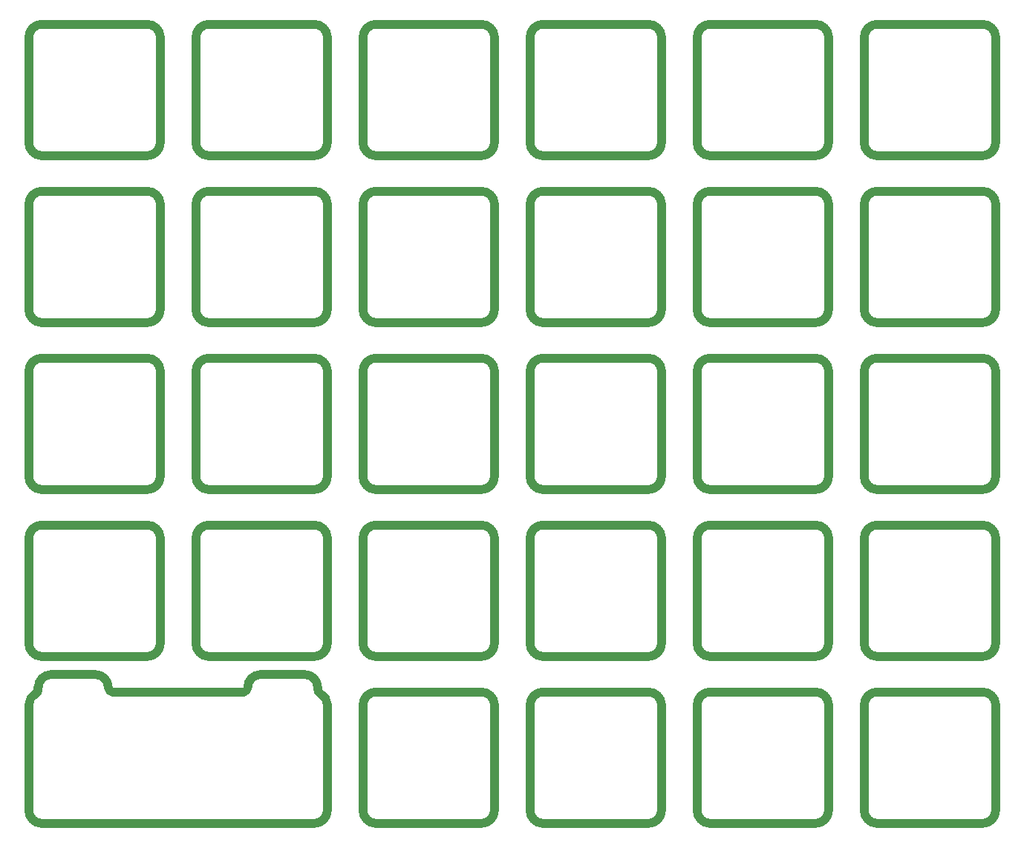
<source format=gts>
G04 #@! TF.GenerationSoftware,KiCad,Pcbnew,6.0.4-6f826c9f35~116~ubuntu22.04.1*
G04 #@! TF.CreationDate,2022-03-31T08:40:12+02:00*
G04 #@! TF.ProjectId,lumberjack-split,6c756d62-6572-46a6-9163-6b2d73706c69,rev?*
G04 #@! TF.SameCoordinates,Original*
G04 #@! TF.FileFunction,Soldermask,Top*
G04 #@! TF.FilePolarity,Negative*
%FSLAX46Y46*%
G04 Gerber Fmt 4.6, Leading zero omitted, Abs format (unit mm)*
G04 Created by KiCad (PCBNEW 6.0.4-6f826c9f35~116~ubuntu22.04.1) date 2022-03-31 08:40:12*
%MOMM*%
%LPD*%
G01*
G04 APERTURE LIST*
%ADD10C,1.000000*%
G04 APERTURE END LIST*
D10*
X105493000Y-127731000D02*
X105493000Y-127951554D01*
X105232225Y-128397455D02*
G75*
G03*
X105493000Y-127951554I-251154J446086D01*
G01*
X105232225Y-128397456D02*
G75*
G03*
X104419000Y-129731000I685735J-1332910D01*
G01*
X104419000Y-141731000D02*
X104419000Y-129731000D01*
X106993000Y-126231000D02*
X111993000Y-126231000D01*
X113493000Y-127731000D02*
G75*
G03*
X113993000Y-128231000I500001J1D01*
G01*
X113993000Y-128231000D02*
X128869000Y-128231000D01*
X128869000Y-128231000D02*
G75*
G03*
X129369000Y-127731000I0J500000D01*
G01*
X130869000Y-126231000D02*
G75*
G03*
X129369000Y-127731000I1J-1500001D01*
G01*
X137369000Y-127731000D02*
X137369000Y-127951554D01*
X137369000Y-127951554D02*
G75*
G03*
X137654647Y-128397297I490482J-80D01*
G01*
X117918500Y-67031000D02*
G75*
G03*
X119418500Y-65531000I-1J1500001D01*
G01*
X157518500Y-72581000D02*
G75*
G03*
X156018500Y-71081000I-1500000J0D01*
G01*
X144018500Y-71081000D02*
G75*
G03*
X142518500Y-72581000I0J-1500000D01*
G01*
X156018500Y-86081000D02*
X144018500Y-86081000D01*
X142518500Y-72581000D02*
X142518500Y-84581000D01*
X157518500Y-84581000D02*
X157518500Y-72581000D01*
X144018500Y-71081000D02*
X156018500Y-71081000D01*
X142518500Y-84581000D02*
G75*
G03*
X144018500Y-86081000I1500001J1D01*
G01*
X156018500Y-86081000D02*
G75*
G03*
X157518500Y-84581000I-1J1500001D01*
G01*
X176568500Y-72581000D02*
G75*
G03*
X175068500Y-71081000I-1500000J0D01*
G01*
X163068500Y-71081000D02*
G75*
G03*
X161568500Y-72581000I0J-1500000D01*
G01*
X175068500Y-86081000D02*
X163068500Y-86081000D01*
X161568500Y-72581000D02*
X161568500Y-84581000D01*
X176568500Y-84581000D02*
X176568500Y-72581000D01*
X163068500Y-71081000D02*
X175068500Y-71081000D01*
X161568500Y-84581000D02*
G75*
G03*
X163068500Y-86081000I1500001J1D01*
G01*
X175068500Y-86081000D02*
G75*
G03*
X176568500Y-84581000I-1J1500001D01*
G01*
X104418500Y-65531000D02*
G75*
G03*
X105918500Y-67031000I1500001J1D01*
G01*
X105918500Y-52031000D02*
X117918500Y-52031000D01*
X144018500Y-52031000D02*
X156018500Y-52031000D01*
X142518500Y-65531000D02*
G75*
G03*
X144018500Y-67031000I1500001J1D01*
G01*
X106993000Y-126231000D02*
G75*
G03*
X105493000Y-127731000I0J-1500000D01*
G01*
X119418500Y-65531000D02*
X119418500Y-53531000D01*
X117918500Y-67031000D02*
X105918500Y-67031000D01*
X124968500Y-52031000D02*
X136968500Y-52031000D01*
X130869000Y-126231000D02*
X135869000Y-126231000D01*
X136969000Y-143231000D02*
X105919000Y-143231000D01*
X161568500Y-110681000D02*
X161568500Y-122681000D01*
X175068500Y-124181000D02*
X163068500Y-124181000D01*
X163068500Y-109181000D02*
G75*
G03*
X161568500Y-110681000I0J-1500000D01*
G01*
X176568500Y-110681000D02*
G75*
G03*
X175068500Y-109181000I-1500000J0D01*
G01*
X124968500Y-52031000D02*
G75*
G03*
X123468500Y-53531000I0J-1500000D01*
G01*
X195618500Y-72581000D02*
G75*
G03*
X194118500Y-71081000I-1500000J0D01*
G01*
X182118500Y-71081000D02*
G75*
G03*
X180618500Y-72581000I0J-1500000D01*
G01*
X194118500Y-86081000D02*
X182118500Y-86081000D01*
X180618500Y-72581000D02*
X180618500Y-84581000D01*
X195618500Y-84581000D02*
X195618500Y-72581000D01*
X182118500Y-71081000D02*
X194118500Y-71081000D01*
X180618500Y-84581000D02*
G75*
G03*
X182118500Y-86081000I1500001J1D01*
G01*
X194118500Y-86081000D02*
G75*
G03*
X195618500Y-84581000I-1J1500001D01*
G01*
X214668500Y-72581000D02*
G75*
G03*
X213168500Y-71081000I-1500000J0D01*
G01*
X201168500Y-71081000D02*
G75*
G03*
X199668500Y-72581000I0J-1500000D01*
G01*
X213168500Y-86081000D02*
X201168500Y-86081000D01*
X199668500Y-72581000D02*
X199668500Y-84581000D01*
X214668500Y-84581000D02*
X214668500Y-72581000D01*
X201168500Y-71081000D02*
X213168500Y-71081000D01*
X199668500Y-84581000D02*
G75*
G03*
X201168500Y-86081000I1500001J1D01*
G01*
X213168500Y-86081000D02*
G75*
G03*
X214668500Y-84581000I-1J1500001D01*
G01*
X137369000Y-127731000D02*
G75*
G03*
X135869000Y-126231000I-1500001J-1D01*
G01*
X119418500Y-91631000D02*
G75*
G03*
X117918500Y-90131000I-1500000J0D01*
G01*
X105918500Y-90131000D02*
G75*
G03*
X104418500Y-91631000I0J-1500000D01*
G01*
X117918500Y-105131000D02*
X105918500Y-105131000D01*
X104418500Y-91631000D02*
X104418500Y-103631000D01*
X119418500Y-103631000D02*
X119418500Y-91631000D01*
X105918500Y-90131000D02*
X117918500Y-90131000D01*
X104418500Y-103631000D02*
G75*
G03*
X105918500Y-105131000I1500001J1D01*
G01*
X117918500Y-105131000D02*
G75*
G03*
X119418500Y-103631000I-1J1500001D01*
G01*
X138468500Y-91631000D02*
G75*
G03*
X136968500Y-90131000I-1500000J0D01*
G01*
X124968500Y-90131000D02*
G75*
G03*
X123468500Y-91631000I0J-1500000D01*
G01*
X136968500Y-105131000D02*
X124968500Y-105131000D01*
X123468500Y-91631000D02*
X123468500Y-103631000D01*
X138468500Y-103631000D02*
X138468500Y-91631000D01*
X124968500Y-90131000D02*
X136968500Y-90131000D01*
X123468500Y-103631000D02*
G75*
G03*
X124968500Y-105131000I1500001J1D01*
G01*
X136968500Y-105131000D02*
G75*
G03*
X138468500Y-103631000I-1J1500001D01*
G01*
X157518500Y-91631000D02*
G75*
G03*
X156018500Y-90131000I-1500000J0D01*
G01*
X144018500Y-90131000D02*
G75*
G03*
X142518500Y-91631000I0J-1500000D01*
G01*
X156018500Y-105131000D02*
X144018500Y-105131000D01*
X142518500Y-91631000D02*
X142518500Y-103631000D01*
X157518500Y-103631000D02*
X157518500Y-91631000D01*
X144018500Y-90131000D02*
X156018500Y-90131000D01*
X136969000Y-143231000D02*
G75*
G03*
X138469000Y-141731000I0J1500000D01*
G01*
X113493000Y-127731000D02*
G75*
G03*
X111993000Y-126231000I-1500000J0D01*
G01*
X157518500Y-53531000D02*
G75*
G03*
X156018500Y-52031000I-1500000J0D01*
G01*
X104418500Y-53531000D02*
X104418500Y-65531000D01*
X104419000Y-141731000D02*
G75*
G03*
X105919000Y-143231000I1500000J0D01*
G01*
X105918500Y-52031000D02*
G75*
G03*
X104418500Y-53531000I0J-1500000D01*
G01*
X138469000Y-129731000D02*
X138469000Y-141731000D01*
X138469000Y-129731000D02*
G75*
G03*
X137654647Y-128397297I-1499655J-211D01*
G01*
X157518500Y-110681000D02*
G75*
G03*
X156018500Y-109181000I-1500000J0D01*
G01*
X144018500Y-109181000D02*
G75*
G03*
X142518500Y-110681000I0J-1500000D01*
G01*
X156018500Y-124181000D02*
X144018500Y-124181000D01*
X142518500Y-110681000D02*
X142518500Y-122681000D01*
X157518500Y-122681000D02*
X157518500Y-110681000D01*
X144018500Y-109181000D02*
X156018500Y-109181000D01*
X142518500Y-122681000D02*
G75*
G03*
X144018500Y-124181000I1500001J1D01*
G01*
X156018500Y-124181000D02*
G75*
G03*
X157518500Y-122681000I-1J1500001D01*
G01*
X138468500Y-53531000D02*
G75*
G03*
X136968500Y-52031000I-1500000J0D01*
G01*
X123468500Y-53531000D02*
X123468500Y-65531000D01*
X175068500Y-124181000D02*
G75*
G03*
X176568500Y-122681000I-1J1500001D01*
G01*
X161568500Y-122681000D02*
G75*
G03*
X163068500Y-124181000I1500001J1D01*
G01*
X156018500Y-67031000D02*
G75*
G03*
X157518500Y-65531000I-1J1500001D01*
G01*
X144018500Y-52031000D02*
G75*
G03*
X142518500Y-53531000I0J-1500000D01*
G01*
X156018500Y-67031000D02*
X144018500Y-67031000D01*
X136968500Y-67031000D02*
G75*
G03*
X138468500Y-65531000I-1J1500001D01*
G01*
X136968500Y-67031000D02*
X124968500Y-67031000D01*
X138468500Y-110681000D02*
G75*
G03*
X136968500Y-109181000I-1500000J0D01*
G01*
X124968500Y-109181000D02*
G75*
G03*
X123468500Y-110681000I0J-1500000D01*
G01*
X136968500Y-124181000D02*
X124968500Y-124181000D01*
X123468500Y-110681000D02*
X123468500Y-122681000D01*
X138468500Y-122681000D02*
X138468500Y-110681000D01*
X124968500Y-109181000D02*
X136968500Y-109181000D01*
X123468500Y-122681000D02*
G75*
G03*
X124968500Y-124181000I1500001J1D01*
G01*
X136968500Y-124181000D02*
G75*
G03*
X138468500Y-122681000I-1J1500001D01*
G01*
X163068500Y-109181000D02*
X175068500Y-109181000D01*
X176568500Y-122681000D02*
X176568500Y-110681000D01*
X142518500Y-53531000D02*
X142518500Y-65531000D01*
X157518500Y-65531000D02*
X157518500Y-53531000D01*
X194118500Y-124181000D02*
G75*
G03*
X195618500Y-122681000I-1J1500001D01*
G01*
X180618500Y-122681000D02*
G75*
G03*
X182118500Y-124181000I1500001J1D01*
G01*
X182118500Y-109181000D02*
X194118500Y-109181000D01*
X195618500Y-122681000D02*
X195618500Y-110681000D01*
X180618500Y-110681000D02*
X180618500Y-122681000D01*
X194118500Y-124181000D02*
X182118500Y-124181000D01*
X182118500Y-109181000D02*
G75*
G03*
X180618500Y-110681000I0J-1500000D01*
G01*
X195618500Y-110681000D02*
G75*
G03*
X194118500Y-109181000I-1500000J0D01*
G01*
X213168500Y-124181000D02*
G75*
G03*
X214668500Y-122681000I-1J1500001D01*
G01*
X199668500Y-122681000D02*
G75*
G03*
X201168500Y-124181000I1500001J1D01*
G01*
X201168500Y-109181000D02*
X213168500Y-109181000D01*
X214668500Y-122681000D02*
X214668500Y-110681000D01*
X199668500Y-110681000D02*
X199668500Y-122681000D01*
X213168500Y-124181000D02*
X201168500Y-124181000D01*
X201168500Y-109181000D02*
G75*
G03*
X199668500Y-110681000I0J-1500000D01*
G01*
X214668500Y-110681000D02*
G75*
G03*
X213168500Y-109181000I-1500000J0D01*
G01*
X156018500Y-143231000D02*
G75*
G03*
X157518500Y-141731000I-1J1500001D01*
G01*
X142518500Y-141731000D02*
G75*
G03*
X144018500Y-143231000I1500001J1D01*
G01*
X144018500Y-128231000D02*
X156018500Y-128231000D01*
X157518500Y-141731000D02*
X157518500Y-129731000D01*
X142518500Y-129731000D02*
X142518500Y-141731000D01*
X156018500Y-143231000D02*
X144018500Y-143231000D01*
X142518500Y-103631000D02*
G75*
G03*
X144018500Y-105131000I1500001J1D01*
G01*
X156018500Y-105131000D02*
G75*
G03*
X157518500Y-103631000I-1J1500001D01*
G01*
X176568500Y-91631000D02*
G75*
G03*
X175068500Y-90131000I-1500000J0D01*
G01*
X163068500Y-90131000D02*
G75*
G03*
X161568500Y-91631000I0J-1500000D01*
G01*
X175068500Y-105131000D02*
X163068500Y-105131000D01*
X161568500Y-91631000D02*
X161568500Y-103631000D01*
X176568500Y-103631000D02*
X176568500Y-91631000D01*
X163068500Y-90131000D02*
X175068500Y-90131000D01*
X161568500Y-103631000D02*
G75*
G03*
X163068500Y-105131000I1500001J1D01*
G01*
X175068500Y-105131000D02*
G75*
G03*
X176568500Y-103631000I-1J1500001D01*
G01*
X195618500Y-91631000D02*
G75*
G03*
X194118500Y-90131000I-1500000J0D01*
G01*
X182118500Y-90131000D02*
G75*
G03*
X180618500Y-91631000I0J-1500000D01*
G01*
X194118500Y-105131000D02*
X182118500Y-105131000D01*
X180618500Y-91631000D02*
X180618500Y-103631000D01*
X195618500Y-103631000D02*
X195618500Y-91631000D01*
X182118500Y-90131000D02*
X194118500Y-90131000D01*
X180618500Y-103631000D02*
G75*
G03*
X182118500Y-105131000I1500001J1D01*
G01*
X194118500Y-105131000D02*
G75*
G03*
X195618500Y-103631000I-1J1500001D01*
G01*
X213168500Y-143231000D02*
G75*
G03*
X214668500Y-141731000I-1J1500001D01*
G01*
X199668500Y-141731000D02*
G75*
G03*
X201168500Y-143231000I1500001J1D01*
G01*
X201168500Y-128231000D02*
X213168500Y-128231000D01*
X214668500Y-141731000D02*
X214668500Y-129731000D01*
X199668500Y-129731000D02*
X199668500Y-141731000D01*
X213168500Y-143231000D02*
X201168500Y-143231000D01*
X201168500Y-128231000D02*
G75*
G03*
X199668500Y-129731000I0J-1500000D01*
G01*
X214668500Y-129731000D02*
G75*
G03*
X213168500Y-128231000I-1500000J0D01*
G01*
X214668500Y-91631000D02*
G75*
G03*
X213168500Y-90131000I-1500000J0D01*
G01*
X201168500Y-90131000D02*
G75*
G03*
X199668500Y-91631000I0J-1500000D01*
G01*
X213168500Y-105131000D02*
X201168500Y-105131000D01*
X199668500Y-91631000D02*
X199668500Y-103631000D01*
X214668500Y-103631000D02*
X214668500Y-91631000D01*
X201168500Y-90131000D02*
X213168500Y-90131000D01*
X199668500Y-103631000D02*
G75*
G03*
X201168500Y-105131000I1500001J1D01*
G01*
X213168500Y-105131000D02*
G75*
G03*
X214668500Y-103631000I-1J1500001D01*
G01*
X119418500Y-110681000D02*
G75*
G03*
X117918500Y-109181000I-1500000J0D01*
G01*
X105918500Y-109181000D02*
G75*
G03*
X104418500Y-110681000I0J-1500000D01*
G01*
X117918500Y-124181000D02*
X105918500Y-124181000D01*
X104418500Y-110681000D02*
X104418500Y-122681000D01*
X119418500Y-122681000D02*
X119418500Y-110681000D01*
X105918500Y-109181000D02*
X117918500Y-109181000D01*
X104418500Y-122681000D02*
G75*
G03*
X105918500Y-124181000I1500001J1D01*
G01*
X117918500Y-124181000D02*
G75*
G03*
X119418500Y-122681000I-1J1500001D01*
G01*
X195618500Y-53531000D02*
G75*
G03*
X194118500Y-52031000I-1500000J0D01*
G01*
X182118500Y-52031000D02*
G75*
G03*
X180618500Y-53531000I0J-1500000D01*
G01*
X194118500Y-67031000D02*
X182118500Y-67031000D01*
X176568500Y-53531000D02*
G75*
G03*
X175068500Y-52031000I-1500000J0D01*
G01*
X163068500Y-52031000D02*
G75*
G03*
X161568500Y-53531000I0J-1500000D01*
G01*
X175068500Y-67031000D02*
X163068500Y-67031000D01*
X161568500Y-53531000D02*
X161568500Y-65531000D01*
X176568500Y-65531000D02*
X176568500Y-53531000D01*
X163068500Y-52031000D02*
X175068500Y-52031000D01*
X161568500Y-65531000D02*
G75*
G03*
X163068500Y-67031000I1500001J1D01*
G01*
X175068500Y-67031000D02*
G75*
G03*
X176568500Y-65531000I-1J1500001D01*
G01*
X119418500Y-72581000D02*
G75*
G03*
X117918500Y-71081000I-1500000J0D01*
G01*
X105918500Y-71081000D02*
G75*
G03*
X104418500Y-72581000I0J-1500000D01*
G01*
X117918500Y-86081000D02*
X105918500Y-86081000D01*
X104418500Y-72581000D02*
X104418500Y-84581000D01*
X119418500Y-84581000D02*
X119418500Y-72581000D01*
X105918500Y-71081000D02*
X117918500Y-71081000D01*
X104418500Y-84581000D02*
G75*
G03*
X105918500Y-86081000I1500001J1D01*
G01*
X180618500Y-53531000D02*
X180618500Y-65531000D01*
X195618500Y-65531000D02*
X195618500Y-53531000D01*
X182118500Y-52031000D02*
X194118500Y-52031000D01*
X180618500Y-65531000D02*
G75*
G03*
X182118500Y-67031000I1500001J1D01*
G01*
X194118500Y-67031000D02*
G75*
G03*
X195618500Y-65531000I-1J1500001D01*
G01*
X214668500Y-53531000D02*
G75*
G03*
X213168500Y-52031000I-1500000J0D01*
G01*
X201168500Y-52031000D02*
G75*
G03*
X199668500Y-53531000I0J-1500000D01*
G01*
X213168500Y-67031000D02*
X201168500Y-67031000D01*
X199668500Y-53531000D02*
X199668500Y-65531000D01*
X214668500Y-65531000D02*
X214668500Y-53531000D01*
X201168500Y-52031000D02*
X213168500Y-52031000D01*
X199668500Y-65531000D02*
G75*
G03*
X201168500Y-67031000I1500001J1D01*
G01*
X119418500Y-53531000D02*
G75*
G03*
X117918500Y-52031000I-1500000J0D01*
G01*
X123468500Y-65531000D02*
G75*
G03*
X124968500Y-67031000I1500001J1D01*
G01*
X144018500Y-128231000D02*
G75*
G03*
X142518500Y-129731000I0J-1500000D01*
G01*
X157518500Y-129731000D02*
G75*
G03*
X156018500Y-128231000I-1500000J0D01*
G01*
X175068500Y-143231000D02*
G75*
G03*
X176568500Y-141731000I-1J1500001D01*
G01*
X161568500Y-141731000D02*
G75*
G03*
X163068500Y-143231000I1500001J1D01*
G01*
X163068500Y-128231000D02*
X175068500Y-128231000D01*
X176568500Y-141731000D02*
X176568500Y-129731000D01*
X161568500Y-129731000D02*
X161568500Y-141731000D01*
X175068500Y-143231000D02*
X163068500Y-143231000D01*
X163068500Y-128231000D02*
G75*
G03*
X161568500Y-129731000I0J-1500000D01*
G01*
X176568500Y-129731000D02*
G75*
G03*
X175068500Y-128231000I-1500000J0D01*
G01*
X194118500Y-143231000D02*
G75*
G03*
X195618500Y-141731000I-1J1500001D01*
G01*
X180618500Y-141731000D02*
G75*
G03*
X182118500Y-143231000I1500001J1D01*
G01*
X182118500Y-128231000D02*
X194118500Y-128231000D01*
X195618500Y-141731000D02*
X195618500Y-129731000D01*
X180618500Y-129731000D02*
X180618500Y-141731000D01*
X194118500Y-143231000D02*
X182118500Y-143231000D01*
X182118500Y-128231000D02*
G75*
G03*
X180618500Y-129731000I0J-1500000D01*
G01*
X195618500Y-129731000D02*
G75*
G03*
X194118500Y-128231000I-1500000J0D01*
G01*
X138468500Y-65531000D02*
X138468500Y-53531000D01*
X213168500Y-67031000D02*
G75*
G03*
X214668500Y-65531000I-1J1500001D01*
G01*
X117918500Y-86081000D02*
G75*
G03*
X119418500Y-84581000I-1J1500001D01*
G01*
X138468500Y-72581000D02*
G75*
G03*
X136968500Y-71081000I-1500000J0D01*
G01*
X124968500Y-71081000D02*
G75*
G03*
X123468500Y-72581000I0J-1500000D01*
G01*
X136968500Y-86081000D02*
X124968500Y-86081000D01*
X123468500Y-72581000D02*
X123468500Y-84581000D01*
X138468500Y-84581000D02*
X138468500Y-72581000D01*
X124968500Y-71081000D02*
X136968500Y-71081000D01*
X123468500Y-84581000D02*
G75*
G03*
X124968500Y-86081000I1500001J1D01*
G01*
X136968500Y-86081000D02*
G75*
G03*
X138468500Y-84581000I-1J1500001D01*
G01*
M02*

</source>
